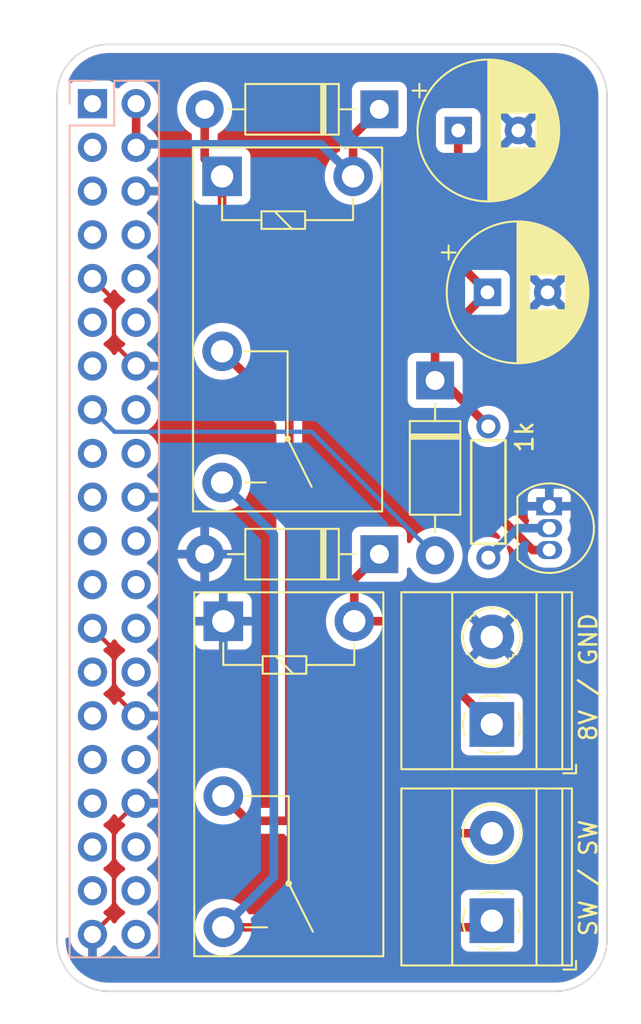
<source format=kicad_pcb>
(kicad_pcb (version 20221018) (generator pcbnew)
  (layers (0 "F.Cu" signal) (31 "B.Cu" signal) (34 "B.Paste" user) (35 "F.Paste" user) (36 "B.SilkS" user "B.Silkscreen") (37 "F.SilkS" user "F.Silkscreen") (38 "B.Mask" user) (39 "F.Mask" user) (44 "Edge.Cuts" user))
  (net 0 "")
  (net 30 "+8V")
  (net 31 "GND")
  (net 32 "+5V")
  (net 33 "Net-(D2-A)")
  (net 34 "GPIO22")
  (net 35 "Net-(J3-Pin_1)")
  (net 36 "Net-(J3-Pin_2)")
  (net 37 "Net-(Q1-B)")
  (net 38 "Net-(D3-K)")
  (footprint "Capacitor_THT:CP_Radial_D8.0mm_P3.50mm" (layer "F.Cu") (at 25.047349 14.4)
    (fp_text reference "C1" hide)
    (fp_text value "1000u")
    (pad "1" thru_hole rect (at 0 0) (size 1.6 1.6) (drill 0.8) (layers "*.Cu" "*.Mask") (net 38 "Net-(D3-K)"))
    (pad "2" thru_hole circle (at 3.5 0) (size 1.6 1.6) (drill 0.8) (layers "*.Cu" "*.Mask") (net 31 "GND"))
  )
  (footprint "Diode_THT:D_DO-41_SOD81_P10.16mm_Horizontal" (layer "F.Cu") (at 18.76 29.61 180)
    (fp_text reference "D1" hide)
    (fp_text value "1N4007")
    (pad "1" thru_hole rect (at 0 0 180) (size 2.2 2.2) (drill 1.1) (layers "*.Cu" "*.Mask") (net 30 "+8V"))
    (pad "2" thru_hole oval (at 10.16 0 180) (size 2.2 2.2) (drill 1.1) (layers "*.Cu" "*.Mask") (net 31 "GND"))
  )
  (footprint "Capacitor_THT:CP_Radial_D8.0mm_P3.50mm" (layer "F.Cu") (at 23.347349 5)
    (fp_text reference "C2" hide)
    (fp_text value "1000u")
    (pad "1" thru_hole rect (at 0 0) (size 1.6 1.6) (drill 0.8) (layers "*.Cu" "*.Mask") (net 38 "Net-(D3-K)"))
    (pad "2" thru_hole circle (at 3.5 0) (size 1.6 1.6) (drill 0.8) (layers "*.Cu" "*.Mask") (net 31 "GND"))
  )
  (footprint "Package_TO_SOT_THT:TO-92_Inline" (layer "F.Cu") (at 28.64 26.83 -90)
    (fp_text reference "Q1" hide)
    (fp_text value "2N3904")
    (pad "1" thru_hole rect (at 0 0 270) (size 1.05 1.5) (drill 0.75) (layers "*.Cu" "*.Mask") (net 31 "GND"))
    (pad "2" thru_hole oval (at 1.27 0 270) (size 1.05 1.5) (drill 0.75) (layers "*.Cu" "*.Mask") (net 37 "Net-(Q1-B)"))
    (pad "3" thru_hole oval (at 2.54 0 270) (size 1.05 1.5) (drill 0.75) (layers "*.Cu" "*.Mask") (net 33 "Net-(D2-A)"))
  )
  (footprint "Diode_THT:D_DO-41_SOD81_P10.16mm_Horizontal" (layer "F.Cu") (at 18.76 3.77 180)
    (fp_text reference "D2" hide)
    (fp_text value "1N4007")
    (pad "1" thru_hole rect (at 0 0 180) (size 2.2 2.2) (drill 1.1) (layers "*.Cu" "*.Mask") (net 32 "+5V"))
    (pad "2" thru_hole oval (at 10.16 0 180) (size 2.2 2.2) (drill 1.1) (layers "*.Cu" "*.Mask") (net 33 "Net-(D2-A)"))
  )
  (footprint "Relay_THT:Relay_SPST_Omron-G5Q-1A" (layer "F.Cu") (at 9.61 7.665 -90)
    (fp_text reference "K1" hide)
    (fp_text value "G5Q-1A")
    (pad "1" thru_hole rect (at 0 0 90) (size 2.3 2.3) (drill 1.3) (layers "*.Cu" "*.Mask") (net 33 "Net-(D2-A)"))
    (pad "2" thru_hole circle (at 10.16 0 90) (size 2.3 2.3) (drill 1.3) (layers "*.Cu" "*.Mask") (net 36 "Net-(J3-Pin_2)"))
    (pad "3" thru_hole circle (at 17.78 0 90) (size 2.3 2.3) (drill 1.3) (layers "*.Cu" "*.Mask") (net 35 "Net-(J3-Pin_1)"))
    (pad "5" thru_hole circle (at 0 -7.62 90) (size 2.3 2.3) (drill 1.3) (layers "*.Cu" "*.Mask") (net 32 "+5V"))
  )
  (footprint "PCM_4ms_Resistor:R_Axial_DIN0207_L6.3mm_D2.5mm_P7.62mm_Horizontal" (layer "F.Cu") (at 25.1 26 -90)
    (fp_text reference "R1" hide)
    (fp_text value "1k" (at -3.2 -2.1 90) (layer "F.SilkS") (effects (font (size 1.016 1.016) (thickness 0.1524))))
    (pad "1" thru_hole circle (at -3.81 0 270) (size 1.397 1.397) (drill 0.8128) (layers "*.Cu" "*.Mask") (net 38 "Net-(D3-K)"))
    (pad "2" thru_hole circle (at 3.81 0 270) (size 1.397 1.397) (drill 0.8128) (layers "*.Cu" "*.Mask") (net 37 "Net-(Q1-B)"))
  )
  (footprint "TerminalBlock_Phoenix:TerminalBlock_Phoenix_MKDS-1,5-2-5.08_1x02_P5.08mm_Horizontal" (layer "F.Cu") (at 25.3 39.5 90)
    (fp_text reference "J2" hide)
    (fp_text value "Screw_Terminal_01x02")
    (pad "1" thru_hole rect (at 0 0 90) (size 2.6 2.6) (drill 1.3) (layers "*.Cu" "*.Mask") (net 30 "+8V"))
    (pad "2" thru_hole circle (at 5.08 0 90) (size 2.6 2.6) (drill 1.3) (layers "*.Cu" "*.Mask") (net 31 "GND"))
  )
  (footprint "TerminalBlock_Phoenix:TerminalBlock_Phoenix_MKDS-1,5-2-5.08_1x02_P5.08mm_Horizontal" (layer "F.Cu") (at 25.3 50.9 90)
    (fp_text reference "J3" hide)
    (fp_text value "Screw_Terminal_01x02")
    (pad "1" thru_hole rect (at 0 0 90) (size 2.6 2.6) (drill 1.3) (layers "*.Cu" "*.Mask") (net 35 "Net-(J3-Pin_1)"))
    (pad "2" thru_hole circle (at 5.08 0 90) (size 2.6 2.6) (drill 1.3) (layers "*.Cu" "*.Mask") (net 36 "Net-(J3-Pin_2)"))
  )
  (footprint "Diode_THT:D_DO-41_SOD81_P10.16mm_Horizontal" (layer "F.Cu") (at 22 19.52 -90)
    (fp_text reference "D3" hide)
    (fp_text value "1N4007")
    (pad "1" thru_hole rect (at 0 0 270) (size 2.2 2.2) (drill 1.1) (layers "*.Cu" "*.Mask") (net 38 "Net-(D3-K)"))
    (pad "2" thru_hole oval (at 10.16 0 270) (size 2.2 2.2) (drill 1.1) (layers "*.Cu" "*.Mask") (net 34 "GPIO22"))
  )
  (footprint "Relay_THT:Relay_SPST_Omron-G5Q-1A" (layer "F.Cu") (at 9.68 33.505 -90)
    (fp_text reference "K2" hide)
    (fp_text value "G5Q-1A")
    (pad "1" thru_hole rect (at 0 0 90) (size 2.3 2.3) (drill 1.3) (layers "*.Cu" "*.Mask") (net 31 "GND"))
    (pad "2" thru_hole circle (at 10.16 0 90) (size 2.3 2.3) (drill 1.3) (layers "*.Cu" "*.Mask") (net 36 "Net-(J3-Pin_2)"))
    (pad "3" thru_hole circle (at 17.78 0 90) (size 2.3 2.3) (drill 1.3) (layers "*.Cu" "*.Mask") (net 35 "Net-(J3-Pin_1)"))
    (pad "5" thru_hole circle (at 0 -7.62 90) (size 2.3 2.3) (drill 1.3) (layers "*.Cu" "*.Mask") (net 30 "+8V"))
  )
  (footprint "Connector_PinSocket_2.54mm:PinSocket_2x20_P2.54mm_Vertical" (layer "B.Cu") (at 2.07 3.44 180)
    (fp_text reference "J1" hide)
    (fp_text value "Raspberry_Pi_2_3")
    (pad "1" thru_hole rect (at 0 0 180) (size 1.7 1.7) (drill 1) (layers "*.Cu" "*.Mask"))
    (pad "2" thru_hole oval (at -2.54 0 180) (size 1.7 1.7) (drill 1) (layers "*.Cu" "*.Mask") (net 32 "+5V"))
    (pad "3" thru_hole oval (at 0 -2.54 180) (size 1.7 1.7) (drill 1) (layers "*.Cu" "*.Mask"))
    (pad "4" thru_hole oval (at -2.54 -2.54 180) (size 1.7 1.7) (drill 1) (layers "*.Cu" "*.Mask") (net 32 "+5V"))
    (pad "5" thru_hole oval (at 0 -5.08 180) (size 1.7 1.7) (drill 1) (layers "*.Cu" "*.Mask"))
    (pad "6" thru_hole oval (at -2.54 -5.08 180) (size 1.7 1.7) (drill 1) (layers "*.Cu" "*.Mask") (net 31 "GND"))
    (pad "7" thru_hole oval (at 0 -7.62 180) (size 1.7 1.7) (drill 1) (layers "*.Cu" "*.Mask"))
    (pad "8" thru_hole oval (at -2.54 -7.62 180) (size 1.7 1.7) (drill 1) (layers "*.Cu" "*.Mask"))
    (pad "9" thru_hole oval (at 0 -10.16 180) (size 1.7 1.7) (drill 1) (layers "*.Cu" "*.Mask") (net 31 "GND"))
    (pad "10" thru_hole oval (at -2.54 -10.16 180) (size 1.7 1.7) (drill 1) (layers "*.Cu" "*.Mask"))
    (pad "11" thru_hole oval (at 0 -12.7 180) (size 1.7 1.7) (drill 1) (layers "*.Cu" "*.Mask"))
    (pad "12" thru_hole oval (at -2.54 -12.7 180) (size 1.7 1.7) (drill 1) (layers "*.Cu" "*.Mask"))
    (pad "13" thru_hole oval (at 0 -15.24 180) (size 1.7 1.7) (drill 1) (layers "*.Cu" "*.Mask"))
    (pad "14" thru_hole oval (at -2.54 -15.24 180) (size 1.7 1.7) (drill 1) (layers "*.Cu" "*.Mask") (net 31 "GND"))
    (pad "15" thru_hole oval (at 0 -17.78 180) (size 1.7 1.7) (drill 1) (layers "*.Cu" "*.Mask") (net 34 "GPIO22"))
    (pad "16" thru_hole oval (at -2.54 -17.78 180) (size 1.7 1.7) (drill 1) (layers "*.Cu" "*.Mask"))
    (pad "17" thru_hole oval (at 0 -20.32 180) (size 1.7 1.7) (drill 1) (layers "*.Cu" "*.Mask"))
    (pad "18" thru_hole oval (at -2.54 -20.32 180) (size 1.7 1.7) (drill 1) (layers "*.Cu" "*.Mask"))
    (pad "19" thru_hole oval (at 0 -22.86 180) (size 1.7 1.7) (drill 1) (layers "*.Cu" "*.Mask"))
    (pad "20" thru_hole oval (at -2.54 -22.86 180) (size 1.7 1.7) (drill 1) (layers "*.Cu" "*.Mask") (net 31 "GND"))
    (pad "21" thru_hole oval (at 0 -25.4 180) (size 1.7 1.7) (drill 1) (layers "*.Cu" "*.Mask"))
    (pad "22" thru_hole oval (at -2.54 -25.4 180) (size 1.7 1.7) (drill 1) (layers "*.Cu" "*.Mask"))
    (pad "23" thru_hole oval (at 0 -27.94 180) (size 1.7 1.7) (drill 1) (layers "*.Cu" "*.Mask"))
    (pad "24" thru_hole oval (at -2.54 -27.94 180) (size 1.7 1.7) (drill 1) (layers "*.Cu" "*.Mask"))
    (pad "25" thru_hole oval (at 0 -30.48 180) (size 1.7 1.7) (drill 1) (layers "*.Cu" "*.Mask") (net 31 "GND"))
    (pad "26" thru_hole oval (at -2.54 -30.48 180) (size 1.7 1.7) (drill 1) (layers "*.Cu" "*.Mask"))
    (pad "27" thru_hole oval (at 0 -33.02 180) (size 1.7 1.7) (drill 1) (layers "*.Cu" "*.Mask"))
    (pad "28" thru_hole oval (at -2.54 -33.02 180) (size 1.7 1.7) (drill 1) (layers "*.Cu" "*.Mask"))
    (pad "29" thru_hole oval (at 0 -35.56 180) (size 1.7 1.7) (drill 1) (layers "*.Cu" "*.Mask"))
    (pad "30" thru_hole oval (at -2.54 -35.56 180) (size 1.7 1.7) (drill 1) (layers "*.Cu" "*.Mask") (net 31 "GND"))
    (pad "31" thru_hole oval (at 0 -38.1 180) (size 1.7 1.7) (drill 1) (layers "*.Cu" "*.Mask"))
    (pad "32" thru_hole oval (at -2.54 -38.1 180) (size 1.7 1.7) (drill 1) (layers "*.Cu" "*.Mask"))
    (pad "33" thru_hole oval (at 0 -40.64 180) (size 1.7 1.7) (drill 1) (layers "*.Cu" "*.Mask"))
    (pad "34" thru_hole oval (at -2.54 -40.64 180) (size 1.7 1.7) (drill 1) (layers "*.Cu" "*.Mask") (net 31 "GND"))
    (pad "35" thru_hole oval (at 0 -43.18 180) (size 1.7 1.7) (drill 1) (layers "*.Cu" "*.Mask"))
    (pad "36" thru_hole oval (at -2.54 -43.18 180) (size 1.7 1.7) (drill 1) (layers "*.Cu" "*.Mask"))
    (pad "37" thru_hole oval (at 0 -45.72 180) (size 1.7 1.7) (drill 1) (layers "*.Cu" "*.Mask"))
    (pad "38" thru_hole oval (at -2.54 -45.72 180) (size 1.7 1.7) (drill 1) (layers "*.Cu" "*.Mask"))
    (pad "39" thru_hole oval (at 0 -48.26 180) (size 1.7 1.7) (drill 1) (layers "*.Cu" "*.Mask") (net 31 "GND"))
    (pad "40" thru_hole oval (at -2.54 -48.26 180) (size 1.7 1.7) (drill 1) (layers "*.Cu" "*.Mask"))
  )
  (gr_line (start 29 55) (end 3 55) (stroke (width 0.1)) (layer "Edge.Cuts"))
  (gr_arc (start 29 0) (mid 31.121321 0.878679) (end 32 3) (stroke (width 0.1)) (layer "Edge.Cuts"))
  (gr_arc (start 0 3) (mid 0.878679 0.878679) (end 3 0) (stroke (width 0.1)) (layer "Edge.Cuts"))
  (gr_line (start 32 52) (end 32 3) (stroke (width 0.1)) (layer "Edge.Cuts"))
  (gr_arc (start 3 55) (mid 0.878681 54.12132) (end 0 52) (stroke (width 0.1)) (layer "Edge.Cuts"))
  (gr_arc (start 32 52) (mid 31.121321 54.121321) (end 29 55) (stroke (width 0.1)) (layer "Edge.Cuts"))
  (gr_line (start 0 52) (end 0 3) (stroke (width 0.1)) (layer "Edge.Cuts"))
  (gr_line (start 3 0) (end 29 0) (stroke (width 0.1)) (layer "Edge.Cuts"))
  (gr_text "SW / SW      8V / GND" (at 31.5 51.9 90) (layer "F.SilkS") (effects (font (size 1 1)) (justify left bottom)))
  (segment (start 17.3 31.07) (end 18.76 29.61) (width 0.5) (layer "F.Cu") (net 30))
  (segment (start 17.3 33.505) (end 17.3 31.07) (width 0.5) (layer "F.Cu") (net 30))
  (segment (start 17.3 33.505) (end 19.305 33.505) (width 0.5) (layer "F.Cu") (net 30))
  (segment (start 19.305 33.505) (end 25.3 39.5) (width 0.5) (layer "F.Cu") (net 30))
  (segment (start 3.32 50.45) (end 3.32 45.37) (width 0.25) (layer "F.Cu") (net 31))
  (segment (start 3.32 37.71) (end 4.61 39) (width 0.25) (layer "F.Cu") (net 31))
  (segment (start 3.32 35.17) (end 3.32 37.71) (width 0.25) (layer "F.Cu") (net 31))
  (segment (start 3.32 14.85) (end 3.32 17.39) (width 0.25) (layer "F.Cu") (net 31))
  (segment (start 2.07 51.7) (end 3.32 50.45) (width 0.25) (layer "F.Cu") (net 31))
  (segment (start 3.32 45.37) (end 4.61 44.08) (width 0.25) (layer "F.Cu") (net 31))
  (segment (start 3.32 17.39) (end 4.61 18.68) (width 0.25) (layer "F.Cu") (net 31))
  (segment (start 2.07 13.6) (end 3.32 14.85) (width 0.25) (layer "F.Cu") (net 31))
  (segment (start 2.07 33.92) (end 3.32 35.17) (width 0.25) (layer "F.Cu") (net 31))
  (segment (start 17.23 5.3) (end 18.76 3.77) (width 0.5) (layer "F.Cu") (net 32))
  (segment (start 17.23 7.665) (end 17.23 5.3) (width 0.5) (layer "F.Cu") (net 32))
  (segment (start 4.61 3.44) (end 4.61 5.98) (width 0.5) (layer "F.Cu") (net 32))
  (segment (start 15.365 5.8) (end 17.23 7.665) (width 0.5) (layer "B.Cu") (net 32))
  (segment (start 4.61 5.98) (end 4.79 5.8) (width 0.5) (layer "B.Cu") (net 32))
  (segment (start 4.79 5.8) (end 15.365 5.8) (width 0.5) (layer "B.Cu") (net 32))
  (segment (start 28.64 29.37) (end 27.67 29.37) (width 0.5) (layer "F.Cu") (net 33))
  (segment (start 27.67 29.37) (end 9.61 11.31) (width 0.5) (layer "F.Cu") (net 33))
  (segment (start 8.6 6.655) (end 9.61 7.665) (width 0.5) (layer "F.Cu") (net 33))
  (segment (start 8.6 3.77) (end 8.6 6.655) (width 0.5) (layer "F.Cu") (net 33))
  (segment (start 9.61 11.31) (end 9.61 7.665) (width 0.5) (layer "F.Cu") (net 33))
  (segment (start 3.35 22.5) (end 14.82 22.5) (width 0.25) (layer "B.Cu") (net 34))
  (segment (start 2.07 21.22) (end 3.35 22.5) (width 0.25) (layer "B.Cu") (net 34))
  (segment (start 14.82 22.5) (end 22 29.68) (width 0.25) (layer "B.Cu") (net 34))
  (segment (start 9.68 51.285) (end 24.915 51.285) (width 0.5) (layer "F.Cu") (net 35))
  (segment (start 24.915 51.285) (end 25.3 50.9) (width 0.5) (layer "F.Cu") (net 35))
  (segment (start 12.62 28.455) (end 12.62 48.345) (width 0.5) (layer "B.Cu") (net 35))
  (segment (start 12.62 48.345) (end 9.68 51.285) (width 0.5) (layer "B.Cu") (net 35))
  (segment (start 9.61 25.445) (end 12.62 28.455) (width 0.5) (layer "B.Cu") (net 35))
  (segment (start 13.52 45.1) (end 11.115 45.1) (width 0.5) (layer "F.Cu") (net 36))
  (segment (start 11.115 45.1) (end 9.68 43.665) (width 0.5) (layer "F.Cu") (net 36))
  (segment (start 13.52 21.735) (end 13.52 45.1) (width 0.5) (layer "F.Cu") (net 36))
  (segment (start 9.61 17.825) (end 13.52 21.735) (width 0.5) (layer "F.Cu") (net 36))
  (segment (start 14.24 45.82) (end 25.3 45.82) (width 0.5) (layer "F.Cu") (net 36))
  (segment (start 13.52 45.1) (end 14.24 45.82) (width 0.5) (layer "F.Cu") (net 36))
  (segment (start 26.81 28.1) (end 28.64 28.1) (width 0.5) (layer "B.Cu") (net 37))
  (segment (start 25.1 29.81) (end 26.81 28.1) (width 0.5) (layer "B.Cu") (net 37))
  (segment (start 22 19.52) (end 22.43 19.52) (width 0.5) (layer "F.Cu") (net 38))
  (segment (start 23.347349 12.7) (end 25.047349 14.4) (width 0.5) (layer "F.Cu") (net 38))
  (segment (start 22.43 19.52) (end 25.1 22.19) (width 0.5) (layer "F.Cu") (net 38))
  (segment (start 22 17.447349) (end 25.047349 14.4) (width 0.5) (layer "F.Cu") (net 38))
  (segment (start 22 19.52) (end 22 17.447349) (width 0.5) (layer "F.Cu") (net 38))
  (segment (start 23.347349 5) (end 23.347349 12.7) (width 0.5) (layer "F.Cu") (net 38))
  (zone (net 31) (net_name "GND") (layers "F&B.Cu") (connect_pads (clearance 0.5)) (min_thickness 0.25) (fill yes (thermal_gap 0.5) (thermal_bridge_width 0.5))
    (polygon (pts (xy -1.56 -2.58) (xy -1.56 55.84) (xy 34 55.84) (xy 34 -2.58)))
  )
)
</source>
